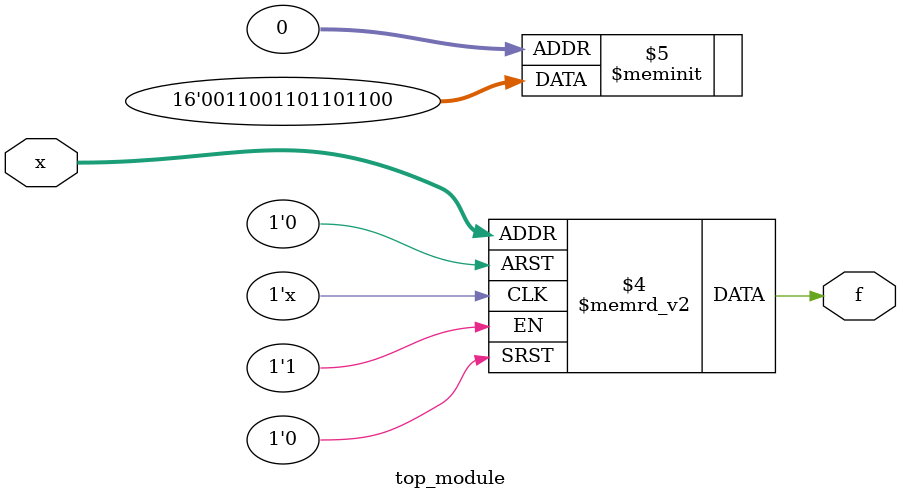
<source format=sv>
module top_module (
    input [4:1] x,
    output logic f
);

    always_comb begin
        case (x)
            4'b0000: f = 1'b0; // Originally d, we chose 0
            4'b0001: f = 1'b0;
            4'b0010: f = 1'b1; // Corrected from 0 to 1
            4'b0011: f = 1'b1; // Corrected from 0 to 1
            4'b0100: f = 1'b0;
            4'b0101: f = 1'b1; // Originally d, we chose 1
            4'b0110: f = 1'b1;
            4'b0111: f = 1'b0;
            4'b1000: f = 1'b1;
            4'b1001: f = 1'b1;
            4'b1010: f = 1'b0;
            4'b1011: f = 1'b0; // Originally d, we chose 0
            4'b1100: f = 1'b1;
            4'b1101: f = 1'b1;
            4'b1110: f = 1'b0; // Corrected from 1 to 0
            4'b1111: f = 1'b0; // Corrected from 1 to 0
        endcase
    end

endmodule

</source>
